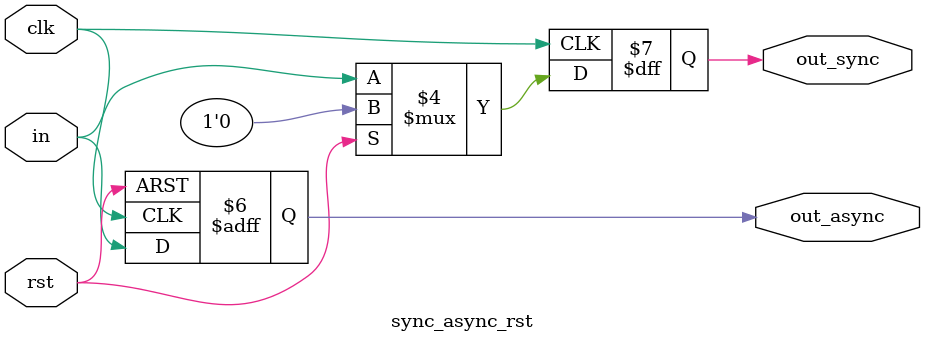
<source format=v>
`timescale 1ns / 1ps

module sync_async_rst(
    input clk,rst,in,
    output reg out_async,out_sync
    );

    always@(posedge clk)  
    begin
        if(rst) out_sync<= 1'b0;
        else out_sync <= in;
    end

    always@(posedge clk, posedge rst)
    begin
        if(rst) out_async<= 1'b0;
        else out_async <= in;
    end  
    
endmodule


</source>
